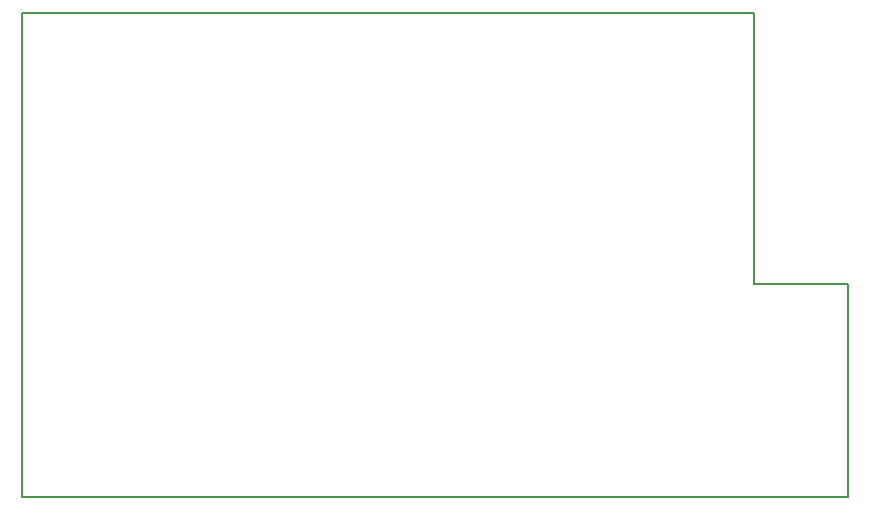
<source format=gbr>
G04 DipTrace 3.0.0.2*
G04 BoardOutline.gbr*
%MOMM*%
G04 #@! TF.FileFunction,Profile*
G04 #@! TF.Part,Single*
%ADD11C,0.14*%
%FSLAX35Y35*%
G04*
G71*
G90*
G75*
G01*
G04 BoardOutline*
%LPD*%
X1000000Y1000000D2*
D11*
Y5100000D1*
X7200000D1*
Y2800000D1*
X8000000D1*
Y1000000D1*
X1000000D1*
M02*

</source>
